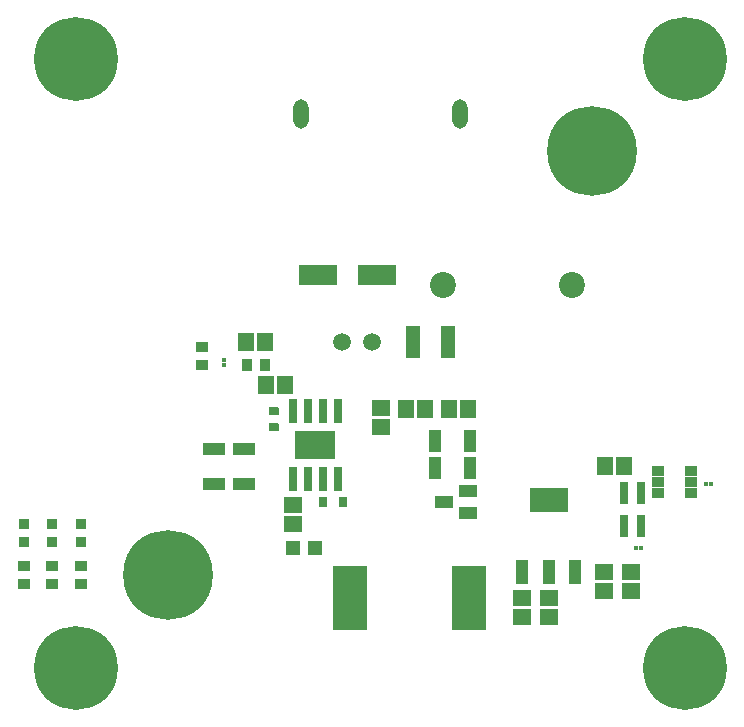
<source format=gbr>
%TF.GenerationSoftware,Altium Limited,Altium Designer,24.2.2 (26)*%
G04 Layer_Color=8388736*
%FSLAX45Y45*%
%MOMM*%
%TF.SameCoordinates,B44B2995-802D-4FBC-A6AD-B2E30319FF36*%
%TF.FilePolarity,Negative*%
%TF.FileFunction,Soldermask,Top*%
%TF.Part,Single*%
G01*
G75*
%TA.AperFunction,NonConductor*%
%ADD58R,0.25600X0.28000*%
%ADD59R,0.28000X0.25600*%
%TA.AperFunction,SMDPad,CuDef*%
%ADD60R,0.89998X0.89998*%
%ADD61R,0.29997X0.37997*%
%ADD62R,1.09997X0.89998*%
%ADD63R,0.64997X1.84997*%
%ADD64R,3.29998X1.69997*%
%ADD65R,1.59997X1.39997*%
%ADD66R,0.94998X0.99998*%
%ADD67R,1.39997X1.59997*%
%ADD68R,0.99998X0.94998*%
%ADD69R,1.26997X2.81997*%
%ADD70R,0.79998X1.99997*%
%ADD71R,3.40698X2.38698*%
G04:AMPARAMS|DCode=72|XSize=0.85998mm|YSize=0.76037mm|CornerRadius=0.13254mm|HoleSize=0mm|Usage=FLASHONLY|Rotation=180.000|XOffset=0mm|YOffset=0mm|HoleType=Round|Shape=RoundedRectangle|*
%AMROUNDEDRECTD72*
21,1,0.85998,0.49530,0,0,180.0*
21,1,0.59490,0.76037,0,0,180.0*
1,1,0.26507,-0.29745,0.24765*
1,1,0.26507,0.29745,0.24765*
1,1,0.26507,0.29745,-0.24765*
1,1,0.26507,-0.29745,-0.24765*
%
%ADD72ROUNDEDRECTD72*%
%ADD73R,1.83997X1.08997*%
%ADD74R,1.29997X1.29997*%
%ADD75R,0.37997X0.29997*%
%ADD76R,2.89997X5.39997*%
%ADD77R,1.08997X1.83997*%
%ADD78R,1.49997X0.99998*%
%ADD79R,0.69997X0.89998*%
%ADD80R,0.99998X1.99997*%
%ADD81R,3.29998X1.99997*%
%TA.AperFunction,ViaPad*%
%ADD82C,7.10000*%
%TA.AperFunction,ComponentPad*%
%ADD83C,2.19998*%
%ADD84C,1.49997*%
%ADD85O,1.29997X2.49997*%
%TA.AperFunction,ViaPad*%
%ADD86C,7.60000*%
D58*
X5977100Y2156460D02*
D03*
X5935500D02*
D03*
X5382740Y1610360D02*
D03*
X5341140D02*
D03*
D59*
X1849399Y3202188D02*
D03*
Y3160589D02*
D03*
D60*
X637540Y1812360D02*
D03*
Y1662360D02*
D03*
X154940Y1812360D02*
D03*
Y1662360D02*
D03*
X396240Y1812360D02*
D03*
Y1662360D02*
D03*
D61*
X5976300Y2156460D02*
D03*
X5936300D02*
D03*
X5381940Y1610360D02*
D03*
X5341940D02*
D03*
D62*
X5529240Y2076700D02*
D03*
Y2171700D02*
D03*
Y2266700D02*
D03*
X5804240D02*
D03*
Y2171700D02*
D03*
Y2076700D02*
D03*
D63*
X5378600Y2075520D02*
D03*
Y1800520D02*
D03*
X5238600Y2075520D02*
D03*
Y1800520D02*
D03*
D64*
X3145600Y3921760D02*
D03*
X2645600D02*
D03*
D65*
X4599940Y1187400D02*
D03*
X2433320Y1809800D02*
D03*
Y1974800D02*
D03*
X3180080Y2632760D02*
D03*
Y2797760D02*
D03*
X4373880Y1022400D02*
D03*
Y1187400D02*
D03*
X4599940Y1022400D02*
D03*
X5293360Y1245920D02*
D03*
Y1410920D02*
D03*
X5072380Y1245920D02*
D03*
Y1410920D02*
D03*
D66*
X2200940Y3162300D02*
D03*
X2045940D02*
D03*
D67*
X2035860Y3355340D02*
D03*
X2200860D02*
D03*
X2203500Y2989580D02*
D03*
X2368500D02*
D03*
X3755440Y2788920D02*
D03*
X3920440D02*
D03*
X3392220D02*
D03*
X3557220D02*
D03*
X5073700Y2301240D02*
D03*
X5238700D02*
D03*
D68*
X1663700Y3161000D02*
D03*
Y3316000D02*
D03*
X154940Y1304260D02*
D03*
Y1459260D02*
D03*
X396240Y1304260D02*
D03*
Y1459260D02*
D03*
X637540Y1304260D02*
D03*
Y1459260D02*
D03*
D69*
X3454720Y3355340D02*
D03*
X3748720D02*
D03*
D70*
X2433320Y2196140D02*
D03*
X2560320D02*
D03*
X2687320D02*
D03*
X2814320D02*
D03*
Y2771140D02*
D03*
X2687320D02*
D03*
X2560320D02*
D03*
X2433320D02*
D03*
D71*
X2623820Y2483640D02*
D03*
D72*
X2278380Y2772560D02*
D03*
Y2632560D02*
D03*
D73*
X2016681Y2152640D02*
D03*
Y2449639D02*
D03*
X1765221Y2152640D02*
D03*
Y2449639D02*
D03*
D74*
X2622300Y1612900D02*
D03*
X2432300D02*
D03*
D75*
X1849399Y3201388D02*
D03*
Y3161388D02*
D03*
D76*
X3928920Y1191260D02*
D03*
X2918920D02*
D03*
D77*
X3938180Y2288540D02*
D03*
X3641180D02*
D03*
X3938180Y2519680D02*
D03*
X3641180D02*
D03*
D78*
X3710080Y2001520D02*
D03*
X3920080Y1906520D02*
D03*
Y2096520D02*
D03*
D79*
X2858680Y1998980D02*
D03*
X2688680D02*
D03*
D80*
X4374940Y1409500D02*
D03*
X4599940D02*
D03*
X4824940D02*
D03*
D81*
X4599940Y2019500D02*
D03*
D82*
X596900Y5753100D02*
D03*
Y596900D02*
D03*
X5753100Y5753100D02*
D03*
Y596900D02*
D03*
D83*
X3704420Y3840480D02*
D03*
X4794420D02*
D03*
D84*
X2847340Y3355340D02*
D03*
X3101340D02*
D03*
D85*
X3850000Y5285740D02*
D03*
X2500000D02*
D03*
D86*
X4971059Y4971059D02*
D03*
X1378941Y1378941D02*
D03*
%TF.MD5,98a9ba7aab1c9770016cd2c984a98bb2*%
M02*

</source>
